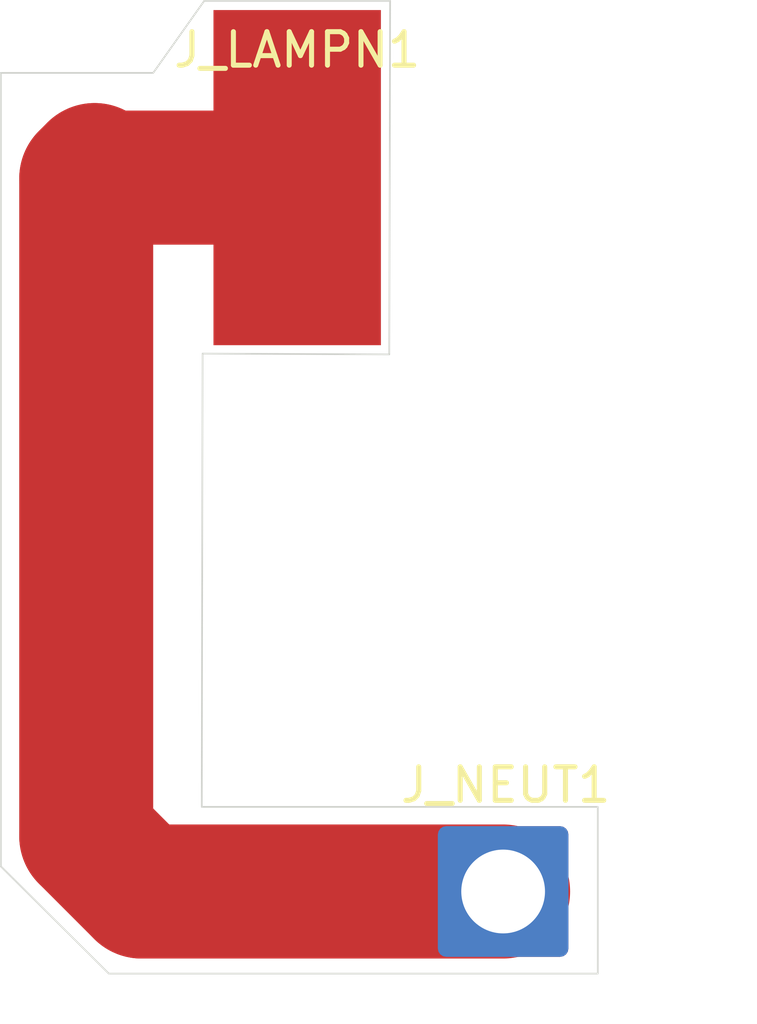
<source format=kicad_pcb>
(kicad_pcb (version 20240108) (generator "pcbnew") (generator_version "8.0")
  (layers (0 "F.Cu" signal) (31 "B.Cu" signal) (34 "B.Paste" user) (35 "F.Paste" user) (36 "B.SilkS" user "B.Silkscreen") (37 "F.SilkS" user "F.Silkscreen") (38 "B.Mask" user) (39 "F.Mask" user) (44 "Edge.Cuts" user))
  (net 0 "")
  (net 1 "Net-(J_LAMPN1-Pin_1)")
  (footprint "Connector_Wire:SolderWirePad_1x01_SMD_5x10mm" (layer "F.Cu") (at 117.8 52.75)
    (property "Reference" "J_LAMPN1" (at 0 -3.81 0) (layer "F.SilkS"))
    (property "Value" "Conn_01x01_Socket")
    (pad "1" smd rect (at 0 0) (size 5 10) (layers "F.Cu" "F.Paste" "F.Mask") (net 1 "Net-(J_LAMPN1-Pin_1)"))
  )
  (footprint "Connector_Wire:SolderWire-2sqmm_1x01_D2mm_OD3.9mm" (layer "F.Cu") (at 124.025 74.025)
    (property "Reference" "J_NEUT1" (at 0 -3.15 0) (layer "F.SilkS"))
    (property "Value" "Conn_01x01_Socket")
    (pad "1" thru_hole roundrect (at -0.075 0.025) (size 3.9 3.9) (drill 2.5) (layers "*.Cu" "*.Mask") (roundrect_rratio 0.064103) (net 1 "Net-(J_LAMPN1-Pin_1)"))
  )
  (gr_poly (pts (xy 120.575 47.475) (xy 120.55 58.025) (xy 114.975 58) (xy 114.95 71.525) (xy 121.3 71.525) (xy 126.775 71.525) (xy 126.775 76.5) (xy 121.275 76.5) (xy 112.175 76.5) (xy 108.95 73.3) (xy 108.95 49.625) (xy 113.5 49.625) (xy 115.025 47.475)) (stroke (width 0.05)) (fill none) (layer "Edge.Cuts"))
  (segment (start 111.5 72.4) (end 111.5 52.775) (width 4) (layer "F.Cu") (net 1))
  (segment (start 111.75 52.525) (end 111.975 52.75) (width 4) (layer "F.Cu") (net 1))
  (segment (start 111.5 52.775) (end 111.75 52.525) (width 4) (layer "F.Cu") (net 1))
  (segment (start 113.15 74.05) (end 111.5 72.4) (width 4) (layer "F.Cu") (net 1))
  (segment (start 123.95 74.05) (end 113.15 74.05) (width 4) (layer "F.Cu") (net 1))
  (segment (start 111.975 52.75) (end 117.8 52.75) (width 4) (layer "F.Cu") (net 1))
)
</source>
